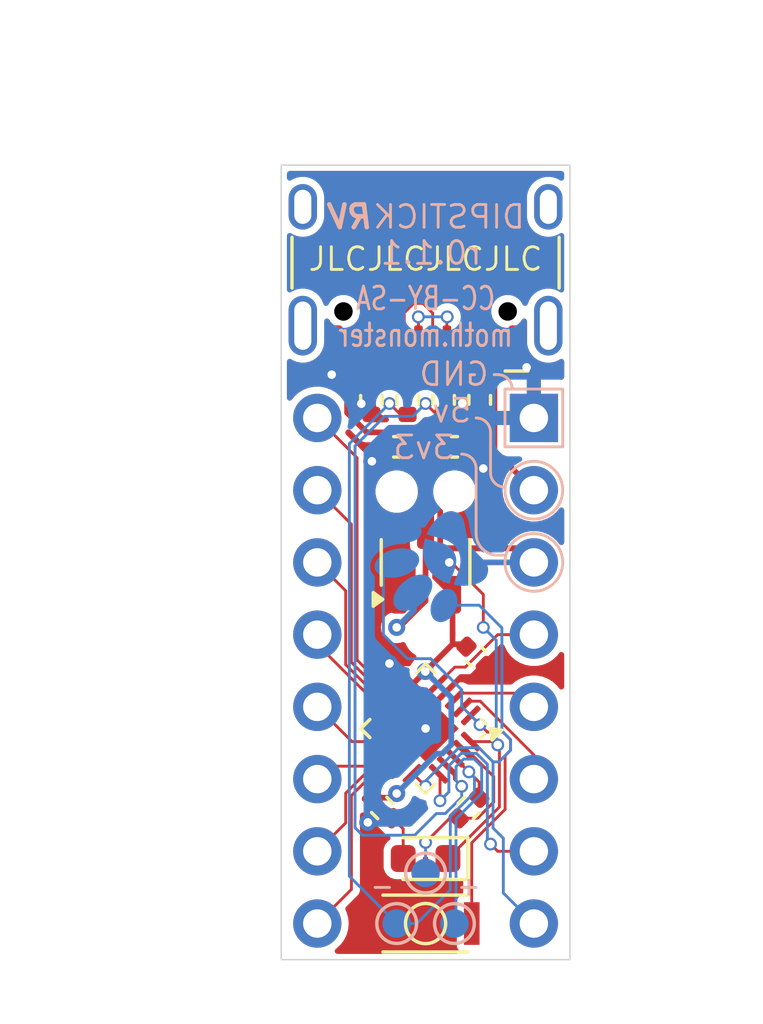
<source format=kicad_pcb>
(kicad_pcb (version 20240108) (generator "pcbnew") (generator_version "8.0")
  (layers (0 "F.Cu" signal) (31 "B.Cu" signal) (34 "B.Paste" user) (35 "F.Paste" user) (36 "B.SilkS" user "B.Silkscreen") (37 "F.SilkS" user "F.Silkscreen") (38 "B.Mask" user) (39 "F.Mask" user) (44 "Edge.Cuts" user))
  (net 0 "")
  (net 1 "GND")
  (net 2 "VBUS")
  (net 3 "VDD")
  (net 4 "Net-(D1-A)")
  (net 6 "Net-(J1-CC2)")
  (net 8 "Net-(J1-CC1)")
  (net 11 "Net-(J1-D--PadA7)")
  (net 12 "DM")
  (net 13 "Net-(J1-D+-PadA6)")
  (net 14 "DP")
  (net 15 "DPU")
  (net 16 "PC5")
  (net 17 "PC2")
  (net 18 "PC7")
  (net 19 "PC0")
  (net 20 "PC6")
  (net 21 "PC1")
  (net 22 "PC3")
  (net 23 "PC4")
  (net 24 "PD0")
  (net 27 "PD7")
  (net 28 "PD6")
  (net 29 "PA2")
  (net 30 "PD1")
  (net 31 "PA1")
  (net 32 "PD2")
  (footprint "Package_TO_SOT_SMD:SOT-23-3" (layer "F.Cu") (at 30.48 37.905 90)
    (property "Reference" "U2" (hide yes))
    (property "Value" "XC6206PxxxMR")
  )
  (footprint "Resistor_SMD:R_0402_1005Metric" (layer "F.Cu") (at 28.575 32.19 -90)
    (property "Reference" "R2" (hide yes))
    (property "Value" "5k1")
  )
  (footprint "Resistor_SMD:R_0402_1005Metric" (layer "F.Cu") (at 32.004 46.541 -135)
    (property "Reference" "R5" (hide yes))
    (property "Value" "1k5")
  )
  (footprint "Capacitor_SMD:C_0402_1005Metric" (layer "F.Cu") (at 29.464 33.841 180)
    (property "Reference" "C1" (hide yes))
    (property "Value" "10uF")
  )
  (footprint "LED_SMD:LED_0603_1608Metric" (layer "F.Cu") (at 30.48 48.319 180)
    (property "Reference" "D1" (hide yes))
    (property "Value" "LED")
  )
  (footprint "Connector_USB:USB_C_Receptacle_HCTL_HC-TYPE-C-16P-01A" (layer "F.Cu") (at 30.48 26.475 180)
    (property "Reference" "J1" (hide yes))
    (property "Value" "USB_C_Receptacle_USB2.0_16P")
  )
  (footprint "Capacitor_SMD:C_0402_1005Metric" (layer "F.Cu") (at 32.258 41.207 -45)
    (property "Reference" "C3" (hide yes))
    (property "Value" "100nF")
  )
  (footprint "Panasonic-EVPAW:Panasonic-EVPAW-2x3mm" (layer "F.Cu") (at 30.48 50.605 180)
    (property "Reference" "SW1" (hide yes))
    (property "Value" "SW_Push")
  )
  (footprint "Resistor_SMD:R_0402_1005Metric" (layer "F.Cu") (at 29.845 32.19 -90)
    (property "Reference" "R3" (hide yes))
    (property "Value" "47")
  )
  (footprint "Resistor_SMD:R_0402_1005Metric" (layer "F.Cu") (at 32.385 32.19 -90)
    (property "Reference" "R1" (hide yes))
    (property "Value" "5k1")
  )
  (footprint "Resistor_SMD:R_0402_1005Metric" (layer "F.Cu") (at 28.956 46.541 -45)
    (property "Reference" "R6" (hide yes))
    (property "Value" "220")
  )
  (footprint "Capacitor_SMD:C_0402_1005Metric" (layer "F.Cu") (at 31.496 33.841)
    (property "Reference" "C2" (hide yes))
    (property "Value" "1uF")
  )
  (footprint "Resistor_SMD:R_0402_1005Metric" (layer "F.Cu") (at 31.115 32.19 -90)
    (property "Reference" "R4" (hide yes))
    (property "Value" "47")
  )
  (footprint "Package_DFN_QFN:QFN-20-1EP_3x3mm_P0.4mm_EP1.65x1.65mm" (layer "F.Cu") (at 30.48 43.747 -135)
    (property "Reference" "U1" (hide yes))
    (property "Value" "CH32V003FxUx")
  )
  (footprint "TestPoint:TestPoint_Pad_D1.0mm" (layer "B.Cu") (at 31.496 50.605 -90)
    (property "Reference" "TP1" (hide yes))
    (property "Value" "TestPoint")
  )
  (footprint "Paw-Connect-main:Paw-Connect_RevA_TC2030-IDC-NL_2x03_P1.27mm_Vertical" (layer "B.Cu") (at 30.777455 37.538065 -62.5)
    (property "Reference" "J4" (hide yes))
    (property "Value" "Conn_ARM_SWD_TagConnect_TC2030-NL")
  )
  (footprint "TestPoint:TestPoint_Pad_D1.0mm" (layer "B.Cu") (at 29.464 50.605 -90)
    (property "Reference" "TP2" (hide yes))
    (property "Value" "TestPoint")
  )
  (footprint "TestPoint:TestPoint_Pad_D1.0mm" (layer "B.Cu") (at 30.48 48.827 -90)
    (property "Reference" "TP3" (hide yes))
    (property "Value" "TestPoint")
  )
  (footprint "Connector_PinHeader_2.54mm:PinHeader_1x08_P2.54mm_Vertical" (layer "B.Cu") (at 26.67 32.825 180)
    (property "Reference" "J2" (hide yes))
    (property "Value" "Conn_01x08_Pin")
  )
  (footprint "Connector_PinHeader_2.54mm:PinHeader_1x08_P2.54mm_Vertical" (layer "B.Cu") (at 34.29 32.825 180)
    (property "Reference" "J3" (hide yes))
    (property "Value" "Conn_01x08_Pin")
  )
  (gr_arc (start 33.02 37.651) (mid 32.481185 37.427815) (end 32.258 36.889) (stroke (width 0.1)) (layer "B.SilkS"))
  (gr_circle (center 34.29 35.365) (end 33.274 35.365) (stroke (width 0.1)) (fill none) (layer "B.SilkS"))
  (gr_line (start 33.02 37.651) (end 33.274 37.651) (stroke (width 0.1)) (layer "B.SilkS"))
  (gr_line (start 33.274 31.809) (end 33.274 33.841) (stroke (width 0.1)) (layer "B.SilkS"))
  (gr_line (start 33.274 33.841) (end 35.306 33.841) (stroke (width 0.1)) (layer "B.SilkS"))
  (gr_arc (start 32.258 32.825) (mid 32.61721 32.97379) (end 32.766 33.333) (stroke (width 0.1)) (layer "B.SilkS"))
  (gr_arc (start 31.75 34.095) (mid 32.10921 34.24379) (end 32.258 34.603) (stroke (width 0.1)) (layer "B.SilkS"))
  (gr_line (start 32.004 49.589) (end 32.004 49.081) (stroke (width 0.1)) (layer "B.SilkS"))
  (gr_line (start 29.21 49.335) (end 28.702 49.335) (stroke (width 0.1)) (layer "B.SilkS"))
  (gr_line (start 32.893 31.301) (end 33.02 31.301) (stroke (width 0.1)) (layer "B.SilkS"))
  (gr_arc (start 33.274 35.25979) (mid 32.914793 35.111) (end 32.766 34.75179) (stroke (width 0.1)) (layer "B.SilkS"))
  (gr_arc (start 33.02 31.301) (mid 33.37921 31.44979) (end 33.528 31.809) (stroke (width 0.1)) (layer "B.SilkS"))
  (gr_line (start 35.306 33.841) (end 35.306 31.809) (stroke (width 0.1)) (layer "B.SilkS"))
  (gr_line (start 32.258 35.619) (end 32.258 34.603) (stroke (width 0.1)) (layer "B.SilkS"))
  (gr_line (start 32.258 36.889) (end 32.258 35.619) (stroke (width 0.1)) (layer "B.SilkS"))
  (gr_line (start 32.766 34.75179) (end 32.766 33.333) (stroke (width 0.1)) (layer "B.SilkS"))
  (gr_circle (center 34.29 37.905) (end 33.274 37.905) (stroke (width 0.1)) (fill none) (layer "B.SilkS"))
  (gr_line (start 35.306 31.809) (end 33.274 31.809) (stroke (width 0.1)) (layer "B.SilkS"))
  (gr_line (start 32.258 49.335) (end 31.75 49.335) (stroke (width 0.1)) (layer "B.SilkS"))
  (gr_line (start 25.4 51.875) (end 35.56 51.875) (stroke (width 0.05)) (layer "Edge.Cuts"))
  (gr_line (start 35.56 23.935) (end 25.4 23.935) (stroke (width 0.05)) (layer "Edge.Cuts"))
  (gr_line (start 25.4 23.935) (end 25.4 51.875) (stroke (width 0.05)) (layer "Edge.Cuts"))
  (gr_line (start 35.56 51.875) (end 35.56 23.935) (stroke (width 0.05)) (layer "Edge.Cuts"))
  (gr_text "r0.1.1" (at 32.512 27.491 0) (layer "B.SilkS") (effects (font (size 0.8 0.8) (thickness 0.1)) (justify left bottom mirror)))
  (gr_text "DIPSTICK" (at 34.036 26.221 0) (layer "B.SilkS") (effects (font (size 0.8 0.8) (thickness 0.1)) (justify left bottom mirror)))
  (gr_text "RV" (at 28.702 26.221 0) (layer "B.SilkS") (effects (font (size 0.8 0.8) (thickness 0.16) (bold yes) (italic yes)) (justify left bottom mirror)))
  (gr_text "CC-BY-SA\nmoth.monster" (at 30.48 29.269 0) (layer "B.SilkS") (effects (font (size 0.8 0.6) (thickness 0.1)) (justify mirror)))
  (gr_text "GND\n 5v\n  3v3" (at 32.766 32.571 0) (layer "B.SilkS") (effects (font (size 0.8 0.8) (thickness 0.1)) (justify left mirror)))
  (gr_text "JLCJLCJLCJLC" (at 30.48 27.237 0) (layer "F.SilkS") (effects (font (size 0.8 0.8) (thickness 0.1))))
  (segment (start 32.208822 41.935) (end 31.726314 41.935) (width 0.2) (layer "F.Cu") (net 1))
  (segment (start 27.28 31.199) (end 27.178 31.301) (width 0.2) (layer "F.Cu") (net 1))
  (segment (start 31.222462 42.438852) (end 30.48 43.181314) (width 0.2) (layer "F.Cu") (net 1))
  (segment (start 28.855 50.605) (end 28.855 47.456) (width 0.2) (layer "F.Cu") (net 1))
  (segment (start 32.163339 32.7) (end 31.77061 32.307271) (width 0.2) (layer "F.Cu") (net 1))
  (segment (start 31.976 34.067) (end 32.512 34.603) (width 0.2) (layer "F.Cu") (net 1))
  (segment (start 27.28 30.22) (end 27.28 31.199) (width 0.2) (layer "F.Cu") (net 1))
  (segment (start 31.726314 41.935) (end 31.222462 42.438852) (width 0.2) (layer "F.Cu") (net 1))
  (segment (start 31.976 33.841) (end 31.976 34.067) (width 0.2) (layer "F.Cu") (net 1))
  (segment (start 28.984 33.955) (end 28.59 34.349) (width 0.2) (layer "F.Cu") (net 1))
  (segment (start 28.855 47.456) (end 28.448 47.049) (width 0.2) (layer "F.Cu") (net 1))
  (segment (start 33.68 30.691) (end 34.036 31.047) (width 0.2) (layer "F.Cu") (net 1))
  (segment (start 28.575 32.679575) (end 28.219999 32.324574) (width 0.2) (layer "F.Cu") (net 1))
  (segment (start 32.597411 41.546411) (end 32.208822 41.935) (width 0.2) (layer "F.Cu") (net 1))
  (via (at 28.59 34.349) (size 0.6) (drill 0.3) (layers "F.Cu" "B.Cu") (net 1))
  (via (at 29.21 41.461) (size 0.6) (drill 0.3) (layers "F.Cu" "B.Cu") (net 1))
  (via (at 28.448 47.049) (size 0.6) (drill 0.3) (layers "F.Cu" "B.Cu") (net 1))
  (via (at 30.48 43.747) (size 0.45) (drill 0.3) (layers "F.Cu" "B.Cu") (net 1))
  (via (at 31.77061 32.307271) (size 0.6) (drill 0.3) (layers "F.Cu" "B.Cu") (net 1))
  (via (at 34.036 31.047) (size 0.6) (drill 0.3) (layers "F.Cu" "B.Cu") (net 1))
  (via (at 28.219999 32.324574) (size 0.6) (drill 0.3) (layers "F.Cu" "B.Cu") (net 1))
  (via (at 32.512 34.603) (size 0.6) (drill 0.3) (layers "F.Cu" "B.Cu") (net 1))
  (via (at 27.178 31.301) (size 0.6) (drill 0.3) (layers "F.Cu" "B.Cu") (net 1))
  (segment (start 32.905 30.245) (end 32.905 33.333) (width 0.2) (layer "F.Cu") (net 2))
  (segment (start 29.944 33.841) (end 30.454 33.331) (width 0.2) (layer "F.Cu") (net 2))
  (segment (start 30.309299 36.596799) (end 30.309299 34.206299) (width 0.2) (layer "F.Cu") (net 2))
  (segment (start 30.48 39.25413) (end 30.48 36.7675) (width 0.2) (layer "F.Cu") (net 2))
  (segment (start 32.905 33.98) (end 32.905 33.333) (width 0.2) (layer "F.Cu") (net 2))
  (segment (start 32.258 33.331) (end 32.903 33.331) (width 0.2) (layer "F.Cu") (net 2))
  (segment (start 30.309299 34.206299) (end 29.944 33.841) (width 0.2) (layer "F.Cu") (net 2))
  (segment (start 29.54313 40.191) (end 30.48 39.25413) (width 0.2) (layer "F.Cu") (net 2))
  (segment (start 29.434 33.331) (end 29.944 33.841) (width 0.2) (layer "F.Cu") (net 2))
  (segment (start 32.258 33.331) (end 30.454 33.331) (width 0.2) (layer "F.Cu") (net 2))
  (segment (start 34.29 35.365) (end 32.905 33.98) (width 0.2) (layer "F.Cu") (net 2))
  (segment (start 30.454 33.331) (end 32.903 33.331) (width 0.2) (layer "F.Cu") (net 2))
  (segment (start 28.408498 33.331) (end 27.72 32.642502) (width 0.2) (layer "F.Cu") (net 2))
  (segment (start 27.72 32.642502) (end 27.72 31.229999) (width 0.2) (layer "F.Cu") (net 2))
  (segment (start 29.464 40.191) (end 29.54313 40.191) (width 0.2) (layer "F.Cu") (net 2))
  (segment (start 28.408498 33.331) (end 29.434 33.331) (width 0.2) (layer "F.Cu") (net 2))
  (segment (start 32.903 33.331) (end 32.905 33.333) (width 0.2) (layer "F.Cu") (net 2))
  (segment (start 27.72 31.229999) (end 28.08 30.869999) (width 0.2) (layer "F.Cu") (net 2))
  (segment (start 28.08 30.869999) (end 28.08 30.22) (width 0.2) (layer "F.Cu") (net 2))
  (via (at 29.464 40.191) (size 0.6) (drill 0.3) (layers "F.Cu" "B.Cu") (net 2))
  (segment (start 30.071507 38.954023) (end 30.071507 39.583493) (width 0.2) (layer "B.Cu") (net 2))
  (segment (start 30.071507 39.583493) (end 29.464 40.191) (width 0.2) (layer "B.Cu") (net 2))
  (segment (start 31.43 40.781823) (end 31.43 40.445) (width 0.2) (layer "F.Cu") (net 3))
  (segment (start 31.016 33.841) (end 30.650699 34.206301) (width 0.2) (layer "F.Cu") (net 3))
  (segment (start 31.43 39.0425) (end 30.814999 38.427499) (width 0.2) (layer "F.Cu") (net 3))
  (segment (start 33.79 37.405) (end 31.00413 37.405) (width 0.2) (layer "F.Cu") (net 3))
  (segment (start 31.43 39.0425) (end 31.43 40.379) (width 0.2) (layer "F.Cu") (net 3))
  (segment (start 30.470695 41.741128) (end 31.43 40.781823) (width 0.2) (layer "F.Cu") (net 3))
  (segment (start 30.994565 37.414565) (end 33.799565 37.414565) (width 0.2) (layer "F.Cu") (net 3))
  (segment (start 30.994565 36.120435) (end 30.650699 35.776569) (width 0.2) (layer "F.Cu") (net 3))
  (segment (start 31.43 40.781823) (end 31.832823 40.781823) (width 0.2) (layer "F.Cu") (net 3))
  (segment (start 30.055813 42.15601) (end 30.470695 41.741128) (width 0.2) (layer "F.Cu") (net 3))
  (segment (start 30.994565 37.414565) (end 31.00413 37.405) (width 0.2) (layer "F.Cu") (net 3))
  (segment (start 28.595376 46.180376) (end 29.316624 46.180376) (width 0.2) (layer "F.Cu") (net 3))
  (segment (start 30.814999 37.594131) (end 30.994565 37.414565) (width 0.2) (layer "F.Cu") (net 3))
  (segment (start 30.994565 37.414565) (end 30.994565 36.120435) (width 0.2) (layer "F.Cu") (net 3))
  (segment (start 30.814999 38.427499) (end 30.814999 37.594131) (width 0.2) (layer "F.Cu") (net 3))
  (segment (start 29.316624 46.180376) (end 29.464 46.033) (width 0.2) (layer "F.Cu") (net 3))
  (segment (start 31.43 40.445) (end 31.43 40.379) (width 0.2) (layer "F.Cu") (net 3))
  (segment (start 30.020381 42.15601) (end 30.055813 42.15601) (width 0.2) (layer "F.Cu") (net 3))
  (segment (start 30.650699 34.206301) (end 30.650699 35.776569) (width 0.2) (layer "F.Cu") (net 3))
  (via (at 30.470695 41.741128) (size 0.6) (drill 0.3) (layers "F.Cu" "B.Cu") (net 3))
  (via (at 29.464 46.033) (size 0.6) (drill 0.3) (layers "F.Cu" "B.Cu") (net 3))
  (segment (start 30.869 44.628) (end 31.068107 44.628) (width 0.2) (layer "B.Cu") (net 3))
  (segment (start 31.068107 44.628) (end 31.385284 44.310823) (width 0.2) (layer "B.Cu") (net 3))
  (segment (start 31.385284 42.655717) (end 30.470695 41.741128) (width 0.2) (layer "B.Cu") (net 3))
  (segment (start 29.464 46.033) (end 30.869 44.628) (width 0.2) (layer "B.Cu") (net 3))
  (segment (start 34.29 37.905) (end 32.004 37.905) (width 0.2) (layer "B.Cu") (net 3))
  (segment (start 31.385284 44.310823) (end 31.385284 42.655717) (width 0.2) (layer "B.Cu") (net 3))
  (segment (start 29.6925 48.319) (end 29.6925 47.2775) (width 0.1) (layer "F.Cu") (net 4))
  (segment (start 29.6925 47.2775) (end 29.316624 46.901624) (width 0.1) (layer "F.Cu") (net 4))
  (segment (start 28.73 30.22) (end 28.73 31.525) (width 0.1) (layer "F.Cu") (net 6))
  (segment (start 31.73 30.22) (end 31.73 31.025) (width 0.1) (layer "F.Cu") (net 8))
  (segment (start 31.73 31.025) (end 32.385 31.68) (width 0.1) (layer "F.Cu") (net 8))
  (segment (start 31.23 30.22) (end 31.23 29.281) (width 0.1) (layer "F.Cu") (net 11))
  (segment (start 30.23 30.22) (end 30.23 29.273) (width 0.1) (layer "F.Cu") (net 11))
  (segment (start 30.23 31.295) (end 30.23 30.22) (width 0.1) (layer "F.Cu") (net 11))
  (segment (start 29.845 31.68) (end 30.23 31.295) (width 0.1) (layer "F.Cu") (net 11))
  (segment (start 30.23 29.273) (end 30.226 29.269) (width 0.1) (layer "F.Cu") (net 11))
  (segment (start 31.23 29.281) (end 31.242 29.269) (width 0.1) (layer "F.Cu") (net 11))
  (via (at 31.242 29.269) (size 0.45) (drill 0.3) (layers "F.Cu" "B.Cu") (net 11))
  (via (at 30.226 29.269) (size 0.45) (drill 0.3) (layers "F.Cu" "B.Cu") (net 11))
  (segment (start 30.226 29.269) (end 31.242 29.269) (width 0.1) (layer "B.Cu") (net 11))
  (segment (start 31.505306 44.772306) (end 32.004 45.271) (width 0.1) (layer "F.Cu") (net 12))
  (segment (start 32.364624 45.631624) (end 32.364624 46.180376) (width 0.1) (layer "F.Cu") (net 12))
  (segment (start 29.593 32.7) (end 29.21 32.317) (width 0.1) (layer "F.Cu") (net 12))
  (segment (start 31.505305 44.772305) (end 32.364624 45.631624) (width 0.1) (layer "F.Cu") (net 12))
  (segment (start 32.364624 45.631624) (end 32.004 45.271) (width 0.1) (layer "F.Cu") (net 12))
  (via (at 32.004 45.271) (size 0.45) (drill 0.3) (layers "F.Cu" "B.Cu") (net 12))
  (via (at 29.21 32.317) (size 0.45) (drill 0.3) (layers "F.Cu" "B.Cu") (net 12))
  (segment (start 27.798 33.729) (end 29.21 32.317) (width 0.1) (layer "B.Cu") (net 12))
  (segment (start 32.004 45.271) (end 32.2 45.467) (width 0.1) (layer "B.Cu") (net 12))
  (segment (start 31.350119 46.84412) (end 31.350119 49.425987) (width 0.1) (layer "B.Cu") (net 12))
  (segment (start 32.2 45.467) (end 32.2 45.994239) (width 0.1) (layer "B.Cu") (net 12))
  (segment (start 30.171106 50.605) (end 29.464 50.605) (width 0.1) (layer "B.Cu") (net 12))
  (segment (start 32.2 45.994239) (end 31.350119 46.84412) (width 0.1) (layer "B.Cu") (net 12))
  (segment (start 31.350119 49.425987) (end 30.171106 50.605) (width 0.1) (layer "B.Cu") (net 12))
  (segment (start 27.798 48.939) (end 27.798 33.729) (width 0.1) (layer "B.Cu") (net 12))
  (segment (start 29.464 50.605) (end 27.798 48.939) (width 0.1) (layer "B.Cu") (net 12))
  (segment (start 30.063603 28.795) (end 29.73 29.128603) (width 0.1) (layer "F.Cu") (net 13))
  (segment (start 30.73 30.22) (end 30.73 29.136603) (width 0.1) (layer "F.Cu") (net 13))
  (segment (start 30.73 30.22) (end 30.73 31.295) (width 0.1) (layer "F.Cu") (net 13))
  (segment (start 30.73 31.295) (end 31.115 31.68) (width 0.1) (layer "F.Cu") (net 13))
  (segment (start 30.73 29.136603) (end 30.388397 28.795) (width 0.1) (layer "F.Cu") (net 13))
  (segment (start 29.73 29.128603) (end 29.73 30.22) (width 0.1) (layer "F.Cu") (net 13))
  (segment (start 30.388397 28.795) (end 30.063603 28.795) (width 0.1) (layer "F.Cu") (net 13))
  (segment (start 30.863 32.7) (end 30.48 32.317) (width 0.1) (layer "F.Cu") (net 14))
  (segment (start 31.222462 45.055148) (end 31.496 45.328686) (width 0.1) (layer "F.Cu") (net 14))
  (segment (start 31.496 45.328686) (end 31.496 45.525) (width 0.1) (layer "F.Cu") (net 14))
  (segment (start 31.496 45.525) (end 31.75 45.779) (width 0.1) (layer "F.Cu") (net 14))
  (via (at 31.75 45.779) (size 0.45) (drill 0.3) (layers "F.Cu" "B.Cu") (net 14))
  (via (at 30.48 32.317) (size 0.45) (drill 0.3) (layers "F.Cu" "B.Cu") (net 14))
  (segment (start 31.554 45.583) (end 31.554 45.084603) (width 0.1) (layer "B.Cu") (net 14))
  (segment (start 29.042842 32.767) (end 27.998 33.811842) (width 0.1) (layer "B.Cu") (net 14))
  (segment (start 32.454 46.023082) (end 31.550119 46.926963) (width 0.1) (layer "B.Cu") (net 14))
  (segment (start 30.858604 46.737) (end 31.174397 46.737) (width 0.1) (layer "B.Cu") (net 14))
  (segment (start 30.096603 47.499) (end 30.858604 46.737) (width 0.1) (layer "B.Cu") (net 14))
  (segment (start 32.190397 44.821) (end 32.454 45.084603) (width 0.1) (layer "B.Cu") (net 14))
  (segment (start 30.48 32.317) (end 30.03 32.767) (width 0.1) (layer "B.Cu") (net 14))
  (segment (start 31.550119 46.926963) (end 31.550119 50.550881) (width 0.1) (layer "B.Cu") (net 14))
  (segment (start 27.998 47.235397) (end 28.261603 47.499) (width 0.1) (layer "B.Cu") (net 14))
  (segment (start 28.261603 47.499) (end 30.096603 47.499) (width 0.1) (layer "B.Cu") (net 14))
  (segment (start 27.998 33.811842) (end 27.998 47.235397) (width 0.1) (layer "B.Cu") (net 14))
  (segment (start 31.554 45.084603) (end 31.817603 44.821) (width 0.1) (layer "B.Cu") (net 14))
  (segment (start 30.03 32.767) (end 29.042842 32.767) (width 0.1) (layer "B.Cu") (net 14))
  (segment (start 32.454 45.084603) (end 32.454 46.023082) (width 0.1) (layer "B.Cu") (net 14))
  (segment (start 31.75 46.161397) (end 31.75 45.779) (width 0.1) (layer "B.Cu") (net 14))
  (segment (start 31.817603 44.821) (end 32.190397 44.821) (width 0.1) (layer "B.Cu") (net 14))
  (segment (start 31.174397 46.737) (end 31.75 46.161397) (width 0.1) (layer "B.Cu") (net 14))
  (segment (start 31.75 45.779) (end 31.554 45.583) (width 0.1) (layer "B.Cu") (net 14))
  (segment (start 31.643376 46.901624) (end 31.330376 46.901624) (width 0.1) (layer "F.Cu") (net 15))
  (segment (start 31.330376 46.901624) (end 30.48 47.752) (width 0.1) (layer "F.Cu") (net 15))
  (segment (start 31.788148 44.489462) (end 31.929569 44.489462) (width 0.1) (layer "F.Cu") (net 15))
  (segment (start 32.308058 46.901624) (end 31.643376 46.901624) (width 0.1) (layer "F.Cu") (net 15))
  (segment (start 32.878544 46.331138) (end 32.308058 46.901624) (width 0.1) (layer "F.Cu") (net 15))
  (segment (start 32.878544 45.438437) (end 32.878544 46.331138) (width 0.1) (layer "F.Cu") (net 15))
  (segment (start 31.929569 44.489462) (end 32.878544 45.438437) (width 0.1) (layer "F.Cu") (net 15))
  (via (at 30.48 47.752) (size 0.45) (drill 0.3) (layers "F.Cu" "B.Cu") (net 15))
  (segment (start 30.48 47.752) (end 30.48 48.827) (width 0.1) (layer "B.Cu") (net 15))
  (segment (start 27.124 45.071) (end 28.590314 45.071) (width 0.1) (layer "F.Cu") (net 16))
  (segment (start 28.590314 45.071) (end 29.171852 44.489462) (width 0.1) (layer "F.Cu") (net 16))
  (segment (start 29.171852 43.004538) (end 27.67 41.502686) (width 0.1) (layer "F.Cu") (net 17))
  (segment (start 27.67 41.502686) (end 27.67 38.905) (width 0.1) (layer "F.Cu") (net 17))
  (segment (start 27.67 38.905) (end 26.67 37.905) (width 0.1) (layer "F.Cu") (net 17))
  (segment (start 29.737538 45.055148) (end 29.321686 45.471) (width 0.1) (layer "F.Cu") (net 18))
  (segment (start 27.87 46.103) (end 27.87 49.405) (width 0.1) (layer "F.Cu") (net 18))
  (segment (start 27.87 49.405) (end 26.67 50.605) (width 0.1) (layer "F.Cu") (net 18))
  (segment (start 28.502 45.471) (end 27.87 46.103) (width 0.1) (layer "F.Cu") (net 18))
  (segment (start 29.321686 45.471) (end 28.502 45.471) (width 0.1) (layer "F.Cu") (net 18))
  (segment (start 29.737538 42.438852) (end 29.463108 42.164422) (width 0.1) (layer "F.Cu") (net 19))
  (segment (start 28.07 41.337002) (end 28.07 34.225) (width 0.1) (layer "F.Cu") (net 19))
  (segment (start 28.07 34.225) (end 26.67 32.825) (width 0.1) (layer "F.Cu") (net 19))
  (segment (start 29.463108 42.164422) (end 28.89742 42.164422) (width 0.1) (layer "F.Cu") (net 19))
  (segment (start 28.89742 42.164422) (end 28.07 41.337002) (width 0.1) (layer "F.Cu") (net 19))
  (segment (start 28.702 45.271) (end 28.955998 45.271) (width 0.1) (layer "F.Cu") (net 20))
  (segment (start 27.67 46.020158) (end 28.419158 45.271) (width 0.1) (layer "F.Cu") (net 20))
  (segment (start 28.955998 45.271) (end 28.419158 45.271) (width 0.1) (layer "F.Cu") (net 20))
  (segment (start 27.67 47.065) (end 27.67 46.020158) (width 0.1) (layer "F.Cu") (net 20))
  (segment (start 28.419158 45.271) (end 28.702 45.271) (width 0.1) (layer "F.Cu") (net 20))
  (segment (start 26.67 48.065) (end 27.67 47.065) (width 0.1) (layer "F.Cu") (net 20))
  (segment (start 28.955998 45.271) (end 29.454694 44.772304) (width 0.1) (layer "F.Cu") (net 20))
  (segment (start 27.87 41.419844) (end 27.87 36.565) (width 0.1) (layer "F.Cu") (net 21))
  (segment (start 29.454696 42.721694) (end 29.097424 42.364422) (width 0.1) (layer "F.Cu") (net 21))
  (segment (start 29.097424 42.364422) (end 28.814578 42.364422) (width 0.1) (layer "F.Cu") (net 21))
  (segment (start 28.814578 42.364422) (end 27.87 41.419844) (width 0.1) (layer "F.Cu") (net 21))
  (segment (start 27.87 36.565) (end 26.67 35.365) (width 0.1) (layer "F.Cu") (net 21))
  (segment (start 28.889009 43.28738) (end 28.531736 42.930107) (width 0.1) (layer "F.Cu") (net 22))
  (segment (start 28.531736 42.647264) (end 28.531735 42.647264) (width 0.1) (layer "F.Cu") (net 22))
  (segment (start 28.531736 42.930107) (end 28.531736 42.647264) (width 0.1) (layer "F.Cu") (net 22))
  (segment (start 28.531735 42.647264) (end 26.67 40.785529) (width 0.1) (layer "F.Cu") (net 22))
  (segment (start 27.891619 44.206619) (end 28.88901 44.206619) (width 0.1) (layer "F.Cu") (net 23))
  (segment (start 26.67 42.985) (end 27.891619 44.206619) (width 0.1) (layer "F.Cu") (net 23))
  (segment (start 31.507629 41.588) (end 31.877 41.588) (width 0.1) (layer "F.Cu") (net 24))
  (segment (start 34.29 40.445) (end 33.02 40.445) (width 0.1) (layer "F.Cu") (net 24))
  (segment (start 33.02 40.445) (end 31.877 41.588) (width 0.1) (layer "F.Cu") (net 24))
  (segment (start 30.93962 42.156009) (end 31.507629 41.588) (width 0.1) (layer "F.Cu") (net 24))
  (segment (start 32.105 50.605) (end 32.105 47.764342) (width 0.1) (layer "F.Cu") (net 27))
  (segment (start 32.105 47.764342) (end 33.278544 46.590798) (width 0.1) (layer "F.Cu") (net 27))
  (segment (start 32.656608 43.873) (end 32.394304 43.610696) (width 0.1) (layer "F.Cu") (net 27))
  (segment (start 33.47 44.509397) (end 33.47 44.136603) (width 0.1) (layer "F.Cu") (net 27))
  (segment (start 33.278544 46.590798) (end 33.278544 44.700853) (width 0.1) (layer "F.Cu") (net 27))
  (segment (start 33.47 44.136603) (end 33.206397 43.873) (width 0.1) (layer "F.Cu") (net 27))
  (segment (start 33.278544 44.700853) (end 33.47 44.509397) (width 0.1) (layer "F.Cu") (net 27))
  (segment (start 33.206397 43.873) (end 32.656608 43.873) (width 0.1) (layer "F.Cu") (net 27))
  (segment (start 32.394304 43.610696) (end 32.07099 43.287381) (width 0.1) (layer "F.Cu") (net 27))
  (via (at 32.394304 43.610696) (size 0.45) (drill 0.3) (layers "F.Cu" "B.Cu") (net 27))
  (segment (start 29.841399 41.291128) (end 28.995271 40.445) (width 0.1) (layer "B.Cu") (net 27))
  (segment (start 32.394304 43.610696) (end 31.75 42.966392) (width 0.1) (layer "B.Cu") (net 27))
  (segment (start 30.657092 41.291128) (end 29.841399 41.291128) (width 0.1) (layer "B.Cu") (net 27))
  (segment (start 28.995271 38.403243) (end 29.499669 37.898845) (width 0.1) (layer "B.Cu") (net 27))
  (segment (start 31.75 42.966392) (end 31.75 42.384036) (width 0.1) (layer "B.Cu") (net 27))
  (segment (start 31.75 42.384036) (end 30.657092 41.291128) (width 0.1) (layer "B.Cu") (net 27))
  (segment (start 28.995271 40.445) (end 28.995271 38.403243) (width 0.1) (layer "B.Cu") (net 27))
  (segment (start 33.078544 46.507956) (end 33.078544 44.381544) (width 0.1) (layer "F.Cu") (net 28))
  (segment (start 33.078544 44.381544) (end 33.02 44.323) (width 0.1) (layer "F.Cu") (net 28))
  (segment (start 31.2675 48.319) (end 33.078544 46.507956) (width 0.1) (layer "F.Cu") (net 28))
  (segment (start 31.314999 37.905) (end 31.38342 37.905) (width 0.1) (layer "F.Cu") (net 28))
  (segment (start 32.512 39.03358) (end 32.512 40.191) (width 0.1) (layer "F.Cu") (net 28))
  (segment (start 32.07099 44.206619) (end 32.903619 44.206619) (width 0.1) (layer "F.Cu") (net 28))
  (segment (start 32.903619 44.206619) (end 33.02 44.323) (width 0.1) (layer "F.Cu") (net 28))
  (segment (start 31.38342 37.905) (end 32.512 39.03358) (width 0.1) (layer "F.Cu") (net 28))
  (via (at 32.512 40.191) (size 0.45) (drill 0.3) (layers "F.Cu" "B.Cu") (net 28))
  (via (at 33.02 44.323) (size 0.45) (drill 0.3) (layers "F.Cu" "B.Cu") (net 28))
  (via (at 31.314999 37.905) (size 0.45) (drill 0.3) (layers "F.Cu" "B.Cu") (net 28))
  (segment (start 32.512 40.191) (end 32.966 40.645) (width 0.1) (layer "B.Cu") (net 28))
  (segment (start 32.966 44.269) (end 33.02 44.323) (width 0.1) (layer "B.Cu") (net 28))
  (segment (start 32.966 40.645) (end 32.966 44.269) (width 0.1) (layer "B.Cu") (net 28))
  (segment (start 31.723964 42.503038) (end 33.808038 42.503038) (width 0.1) (layer "F.Cu") (net 29))
  (segment (start 30.038991 45.337991) (end 30.48 45.779) (width 0.1) (layer "F.Cu") (net 30))
  (via (at 30.48 45.779) (size 0.45) (drill 0.3) (layers "F.Cu" "B.Cu") (net 30))
  (segment (start 32.854 47.244) (end 32.854 44.918917) (width 0.1) (layer "B.Cu") (net 30))
  (segment (start 30.48 45.592919) (end 30.48 45.779) (width 0.1) (layer "B.Cu") (net 30))
  (segment (start 33.47 44.136603) (end 33.47 44.509397) (width 0.1) (layer "B.Cu") (net 30))
  (segment (start 33.166 43.832603) (end 33.47 44.136603) (width 0.1) (layer "B.Cu") (net 30))
  (segment (start 31.17846 44.894459) (end 30.48 45.592919) (width 0.1) (layer "B.Cu") (net 30))
  (segment (start 33.06048 44.918917) (end 32.854 44.918917) (width 0.1) (layer "B.Cu") (net 30))
  (segment (start 32.356083 44.421) (end 31.651917 44.421) (width 0.1) (layer "B.Cu") (net 30))
  (segment (start 33.216 49.531) (end 33.216 47.606) (width 0.1) (layer "B.Cu") (net 30))
  (segment (start 32.854 44.918917) (end 32.356083 44.421) (width 0.1) (layer "B.Cu") (net 30))
  (segment (start 32.368401 39.411004) (end 33.166 40.208603) (width 0.1) (layer "B.Cu") (net 30))
  (segment (start 33.166 40.208603) (end 33.166 43.832603) (width 0.1) (layer "B.Cu") (net 30))
  (segment (start 34.29 50.605) (end 33.216 49.531) (width 0.1) (layer "B.Cu") (net 30))
  (segment (start 31.121111 39.411004) (end 32.368401 39.411004) (width 0.1) (layer "B.Cu") (net 30))
  (segment (start 33.216 47.606) (end 32.854 47.244) (width 0.1) (layer "B.Cu") (net 30))
  (segment (start 31.17846 44.894457) (end 31.17846 44.894459) (width 0.1) (layer "B.Cu") (net 30))
  (segment (start 33.47 44.509397) (end 33.06048 44.918917) (width 0.1) (layer "B.Cu") (net 30))
  (segment (start 31.651917 44.421) (end 31.17846 44.894457) (width 0.1) (layer "B.Cu") (net 30))
  (segment (start 32.402121 42.785881) (end 32.006805 42.785881) (width 0.1) (layer "F.Cu") (net 31))
  (segment (start 34.29 45.525) (end 34.29 44.67376) (width 0.1) (layer "F.Cu") (net 31))
  (segment (start 34.29 44.67376) (end 32.402121 42.785881) (width 0.1) (layer "F.Cu") (net 31))
  (segment (start 30.988 46.287) (end 30.988 45.386371) (width 0.1) (layer "F.Cu") (net 32))
  (segment (start 34.29 48.065) (end 33.02 48.065) (width 0.1) (layer "F.Cu") (net 32))
  (segment (start 33.02 48.065) (end 32.766 47.811) (width 0.1) (layer "F.Cu") (net 32))
  (via (at 32.766 47.811) (size 0.45) (drill 0.3) (layers "F.Cu" "B.Cu") (net 32))
  (via (at 30.988 46.287) (size 0.45) (drill 0.3) (layers "F.Cu" "B.Cu") (net 32))
  (segment (start 32.27324 44.621) (end 31.73476 44.621) (width 0.1) (layer "B.Cu") (net 32))
  (segment (start 31.3 45.975) (end 31.3 45.055761) (width 0.1) (layer "B.Cu") (net 32))
  (segment (start 32.766 47.811) (end 32.654 47.699) (width 0.1) (layer "B.Cu") (net 32))
  (segment (start 32.654 47.699) (end 32.654 45.00176) (width 0.1) (layer "B.Cu") (net 32))
  (segment (start 31.73476 44.621001) (end 31.73476 44.621) (width 0.1) (layer "B.Cu") (net 32))
  (segment (start 31.3 45.975) (end 30.988 46.287) (width 0.1) (layer "B.Cu") (net 32))
  (segment (start 32.654 45.00176) (end 32.27324 44.621) (width 0.1) (layer "B.Cu") (net 32))
  (segment (start 31.3 45.055761) (end 31.73476 44.621001) (width 0.1) (layer "B.Cu") (net 32))
  (zone (net 1) (net_name "GND") (layers "F&B.Cu") (connect_pads thru_hole_only (clearance 0.25)) (min_thickness 0.2) (fill yes (thermal_gap 0.5) (thermal_bridge_width 0.5))
    (polygon (pts (xy 24.892 23.427) (xy 36.068 23.427) (xy 36.068 52.383) (xy 24.892 52.383)))
  )
)
</source>
